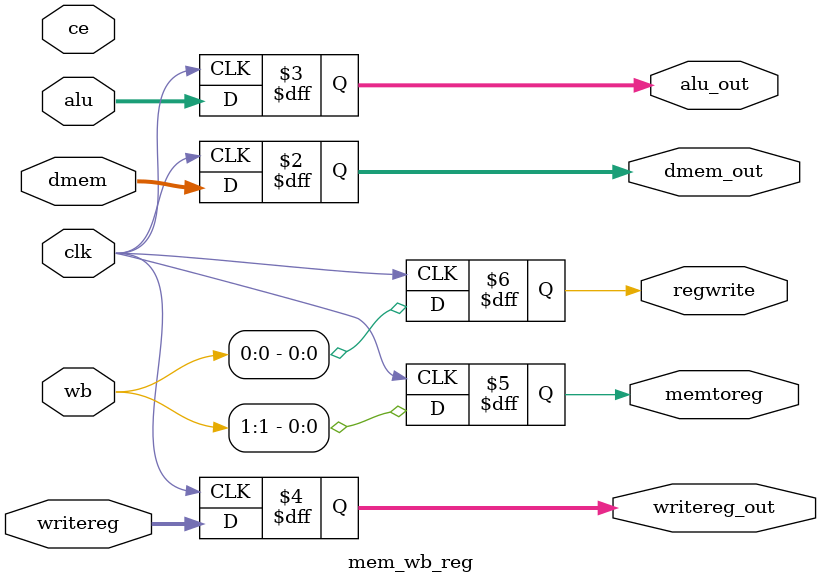
<source format=v>
`timescale 1ns / 1ps
module mem_wb_reg(wb, memtoreg, regwrite, dmem, dmem_out, alu, alu_out, writereg, writereg_out, clk, ce);
	input clk, ce;
	//datamemory
	input[31:0] dmem;
	output reg[31:0] dmem_out;
	//aluout
	input[31:0] alu;
	output reg[31:0] alu_out;
	//reg
	input[4:0] writereg;
	output reg[4:0] writereg_out;
	//control signal
	input[1:0] wb;
	output reg memtoreg, regwrite;

	always @(posedge clk)
	begin
			memtoreg <= wb[1]; //memtoreg
			regwrite <= wb[0]; //regwrite
			dmem_out <= dmem;
			alu_out <= alu;
			writereg_out <= writereg;
	end

endmodule

</source>
